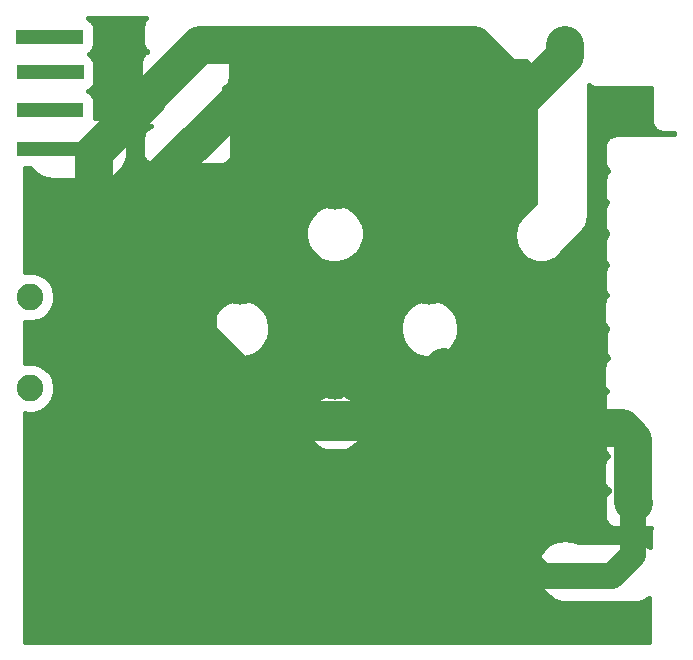
<source format=gbr>
G04 #@! TF.FileFunction,Copper,L1,Top,Signal*
%FSLAX46Y46*%
G04 Gerber Fmt 4.6, Leading zero omitted, Abs format (unit mm)*
G04 Created by KiCad (PCBNEW 4.0.6) date 05/07/17 20:57:05*
%MOMM*%
%LPD*%
G01*
G04 APERTURE LIST*
%ADD10C,0.100000*%
%ADD11C,2.540000*%
%ADD12C,3.175000*%
%ADD13C,1.100000*%
%ADD14R,0.635000X1.270000*%
%ADD15C,3.000000*%
%ADD16C,2.250000*%
%ADD17C,1.006400*%
%ADD18C,3.200000*%
%ADD19C,2.540000*%
%ADD20C,2.184400*%
%ADD21C,0.609600*%
%ADD22C,0.406400*%
G04 APERTURE END LIST*
D10*
D11*
X130325100Y-89676100D03*
D12*
X130325100Y-89676100D03*
D11*
X106321100Y-89671100D03*
D12*
X106321100Y-89671100D03*
D11*
X130194100Y-113720100D03*
D12*
X130194100Y-113720100D03*
D11*
X106259100Y-113600100D03*
D12*
X106259100Y-113600100D03*
D11*
X126306100Y-93598100D03*
D12*
X126306100Y-93598100D03*
D11*
X110398100Y-93610100D03*
D12*
X110398100Y-93610100D03*
D11*
X126394100Y-109592100D03*
D12*
X126394100Y-109592100D03*
D11*
X110263100Y-109590100D03*
D12*
X110263100Y-109590100D03*
D11*
X134288100Y-85603100D03*
D12*
X134288100Y-85603100D03*
D11*
X102400100Y-85602100D03*
D12*
X102400100Y-85602100D03*
D11*
X134339100Y-117585100D03*
D12*
X134339100Y-117585100D03*
D11*
X102272100Y-117610100D03*
D12*
X102272100Y-117610100D03*
D13*
X94338100Y-86737900D03*
D14*
X94719100Y-86737900D03*
X95354100Y-86737900D03*
X94084100Y-86737900D03*
X93449100Y-86737900D03*
X92814100Y-86737900D03*
X95951000Y-86737900D03*
X96547900Y-86737900D03*
X92191800Y-86737900D03*
X91569500Y-86737900D03*
D13*
X94371100Y-90044900D03*
D14*
X94752100Y-90044900D03*
X95387100Y-90044900D03*
X94117100Y-90044900D03*
X93482100Y-90044900D03*
X92847100Y-90044900D03*
X95984000Y-90044900D03*
X96580900Y-90044900D03*
X92224800Y-90044900D03*
X91602500Y-90044900D03*
D13*
X94313100Y-80550900D03*
D14*
X94694100Y-80550900D03*
X95329100Y-80550900D03*
X94059100Y-80550900D03*
X93424100Y-80550900D03*
X92789100Y-80550900D03*
X95926000Y-80550900D03*
X96522900Y-80550900D03*
X92166800Y-80550900D03*
X91544500Y-80550900D03*
D13*
X94363100Y-83584900D03*
D14*
X94744100Y-83584900D03*
X95379100Y-83584900D03*
X94109100Y-83584900D03*
X93474100Y-83584900D03*
X92839100Y-83584900D03*
X95976000Y-83584900D03*
X96572900Y-83584900D03*
X92216800Y-83584900D03*
X91594500Y-83584900D03*
D15*
X110188100Y-101737100D03*
X118189100Y-109763500D03*
X126190100Y-101737100D03*
X118189100Y-93736100D03*
D16*
X92380100Y-102598900D03*
X92380100Y-110332900D03*
D17*
X135635100Y-109552100D03*
X143477100Y-120014100D03*
X133095100Y-123637100D03*
X98090100Y-116824100D03*
X137696100Y-81301100D03*
D18*
X110263100Y-109590100D02*
X110337100Y-109590100D01*
X110337100Y-109590100D02*
X113931100Y-113184100D01*
X113931100Y-113184100D02*
X122802100Y-113184100D01*
X122802100Y-113184100D02*
X126394100Y-109592100D01*
D19*
X113931100Y-113184100D02*
X122798100Y-113184100D01*
X122798100Y-113184100D02*
X127433100Y-108549100D01*
X127433100Y-108549100D02*
X134632100Y-108549100D01*
X134632100Y-108549100D02*
X135635100Y-109552100D01*
D18*
X126306100Y-93598100D02*
X126306100Y-93089100D01*
X126306100Y-93089100D02*
X123328100Y-90111100D01*
X123328100Y-90111100D02*
X113897100Y-90111100D01*
X113897100Y-90111100D02*
X110398100Y-93610100D01*
X127433100Y-108549100D02*
X127433100Y-108741100D01*
X127433100Y-108741100D02*
X123139100Y-113035100D01*
X123139100Y-113035100D02*
X113797100Y-113035100D01*
X113797100Y-113035100D02*
X106597100Y-105835100D01*
X106597100Y-105835100D02*
X106597100Y-97411100D01*
X106597100Y-97411100D02*
X110398100Y-93610100D01*
X130194100Y-113720100D02*
X142467100Y-113720100D01*
X142467100Y-113720100D02*
X143439100Y-114692100D01*
X143439100Y-114692100D02*
X143439100Y-119976100D01*
X143439100Y-119976100D02*
X143477100Y-120014100D01*
D20*
X133095100Y-123637100D02*
X133095100Y-123640100D01*
X133095100Y-123640100D02*
X135721100Y-126266100D01*
X135721100Y-126266100D02*
X141625100Y-126266100D01*
X141625100Y-126266100D02*
X143400100Y-124491100D01*
X143400100Y-124491100D02*
X143400100Y-120091100D01*
X143400100Y-120091100D02*
X143477100Y-120014100D01*
D18*
X130325100Y-89676100D02*
X130325100Y-89629100D01*
X130325100Y-89629100D02*
X126466100Y-85770100D01*
X126466100Y-85770100D02*
X110222100Y-85770100D01*
X110222100Y-85770100D02*
X106321100Y-89671100D01*
X106321100Y-89671100D02*
X106236100Y-89671100D01*
X106236100Y-89671100D02*
X101985100Y-93922100D01*
X101985100Y-93922100D02*
X101985100Y-109326100D01*
X101985100Y-109326100D02*
X106259100Y-113600100D01*
X106259100Y-113600100D02*
X106464100Y-113600100D01*
X106464100Y-113600100D02*
X109927100Y-117063100D01*
X109927100Y-117063100D02*
X126851100Y-117063100D01*
X126851100Y-117063100D02*
X130194100Y-113720100D01*
D21*
X134339100Y-117585100D02*
X132184100Y-117585100D01*
X132184100Y-117585100D02*
X129814100Y-119955100D01*
X129814100Y-119955100D02*
X104617100Y-119955100D01*
X104617100Y-119955100D02*
X102272100Y-117610100D01*
D18*
X98090100Y-116824100D02*
X98941100Y-116824100D01*
X98941100Y-116824100D02*
X101486100Y-116824100D01*
X101486100Y-116824100D02*
X102272100Y-117610100D01*
X102400100Y-85602100D02*
X102400100Y-85799100D01*
X102400100Y-85799100D02*
X98941100Y-89258100D01*
X98941100Y-89258100D02*
X98941100Y-89261100D01*
X98941100Y-89261100D02*
X97807100Y-90395100D01*
X97807100Y-90395100D02*
X97807100Y-115690100D01*
X97807100Y-115690100D02*
X98941100Y-116824100D01*
X102400100Y-85602100D02*
X102486100Y-85602100D01*
X102486100Y-85602100D02*
X106787100Y-81301100D01*
X106787100Y-81301100D02*
X129986100Y-81301100D01*
X129986100Y-81301100D02*
X134288100Y-85603100D01*
X137696100Y-81301100D02*
X137696100Y-82195100D01*
X137696100Y-82195100D02*
X134288100Y-85603100D01*
D22*
G36*
X102018560Y-79161581D02*
X101900504Y-79423480D01*
X101860085Y-79707900D01*
X101860085Y-80977900D01*
X101872987Y-81139694D01*
X101957970Y-81414114D01*
X102116040Y-81653994D01*
X102305960Y-81815861D01*
X102289786Y-81820870D01*
X102049906Y-81978940D01*
X101863560Y-82197581D01*
X101745504Y-82459480D01*
X101705085Y-82743900D01*
X101705085Y-84013900D01*
X101717987Y-84175694D01*
X101802970Y-84450114D01*
X101961040Y-84689994D01*
X102179681Y-84876340D01*
X102415976Y-84982854D01*
X102204906Y-85121940D01*
X102018560Y-85340581D01*
X101900504Y-85602480D01*
X101860085Y-85886900D01*
X101860085Y-87156900D01*
X101872987Y-87318694D01*
X101957970Y-87593114D01*
X102116040Y-87832994D01*
X102334681Y-88019340D01*
X102596580Y-88137396D01*
X102601353Y-88138074D01*
X102443786Y-88186870D01*
X102203906Y-88344940D01*
X102017560Y-88563581D01*
X101899504Y-88825480D01*
X101859085Y-89109900D01*
X101859085Y-90379900D01*
X101871987Y-90541694D01*
X101956970Y-90816114D01*
X102115040Y-91055994D01*
X102333681Y-91242340D01*
X102595580Y-91360396D01*
X102880000Y-91400815D01*
X108493400Y-91400815D01*
X108655194Y-91387913D01*
X108929614Y-91302930D01*
X109169494Y-91144860D01*
X109355840Y-90926219D01*
X109473896Y-90664320D01*
X109514315Y-90379900D01*
X109514315Y-89109900D01*
X109501413Y-88948106D01*
X109416430Y-88673686D01*
X109258360Y-88433806D01*
X109039719Y-88247460D01*
X108777820Y-88129404D01*
X108773047Y-88128726D01*
X108930614Y-88079930D01*
X109170494Y-87921860D01*
X109356840Y-87703219D01*
X109474896Y-87441320D01*
X109515315Y-87156900D01*
X109515315Y-85886900D01*
X109502413Y-85725106D01*
X109417430Y-85450686D01*
X109259360Y-85210806D01*
X109040719Y-85024460D01*
X108804424Y-84917946D01*
X109015494Y-84778860D01*
X109201840Y-84560219D01*
X109319896Y-84298320D01*
X109360315Y-84013900D01*
X109360315Y-82743900D01*
X109351145Y-82628900D01*
X134324208Y-82628900D01*
X135126100Y-83430792D01*
X135126100Y-94640008D01*
X134018654Y-95747454D01*
X133884650Y-95910593D01*
X133748891Y-96072385D01*
X133743098Y-96082923D01*
X133735470Y-96092209D01*
X133635701Y-96278276D01*
X133533957Y-96463349D01*
X133530322Y-96474808D01*
X133524642Y-96485401D01*
X133462898Y-96687357D01*
X133399055Y-96888614D01*
X133397715Y-96900557D01*
X133394200Y-96912055D01*
X133372858Y-97122166D01*
X133349323Y-97331982D01*
X133349159Y-97355479D01*
X133349114Y-97355920D01*
X133349153Y-97356331D01*
X133349100Y-97363900D01*
X133349100Y-97457900D01*
X133392637Y-97901920D01*
X133521588Y-98329027D01*
X133731042Y-98722953D01*
X134013021Y-99068694D01*
X134356785Y-99353080D01*
X134749239Y-99565279D01*
X135175436Y-99697209D01*
X135619141Y-99743844D01*
X136063454Y-99703409D01*
X136491451Y-99577442D01*
X136886830Y-99370743D01*
X137234530Y-99091185D01*
X137521309Y-98749415D01*
X137568723Y-98663169D01*
X139028546Y-97203346D01*
X139162572Y-97040180D01*
X139298309Y-96878415D01*
X139304100Y-96867881D01*
X139311731Y-96858591D01*
X139411539Y-96672450D01*
X139513243Y-96487451D01*
X139516876Y-96475997D01*
X139522559Y-96465399D01*
X139584313Y-96263410D01*
X139648145Y-96062186D01*
X139649485Y-96050242D01*
X139653000Y-96038744D01*
X139674346Y-95828599D01*
X139697877Y-95618818D01*
X139698041Y-95595331D01*
X139698087Y-95594879D01*
X139698047Y-95594458D01*
X139698100Y-95586900D01*
X139698100Y-84675195D01*
X139794481Y-84757340D01*
X140056380Y-84875396D01*
X140340800Y-84915815D01*
X144939067Y-84915815D01*
X144928508Y-87634463D01*
X144938278Y-87738253D01*
X144947597Y-87841936D01*
X144948246Y-87844152D01*
X144948463Y-87846452D01*
X144978174Y-87946258D01*
X145007486Y-88046266D01*
X145008555Y-88048316D01*
X145009213Y-88050527D01*
X145057712Y-88142600D01*
X145105923Y-88235071D01*
X145107370Y-88236874D01*
X145108445Y-88238916D01*
X145173964Y-88319890D01*
X145239158Y-88401162D01*
X145240925Y-88402648D01*
X145242378Y-88404444D01*
X145322382Y-88471153D01*
X145402116Y-88538210D01*
X145404140Y-88539326D01*
X145405913Y-88540804D01*
X145497316Y-88590685D01*
X145588589Y-88640996D01*
X145590790Y-88641697D01*
X145592817Y-88642803D01*
X145692227Y-88673999D01*
X145791476Y-88705605D01*
X145793769Y-88705865D01*
X145795975Y-88706557D01*
X145899506Y-88717845D01*
X146003048Y-88729576D01*
X146007429Y-88729611D01*
X146007646Y-88729635D01*
X146007876Y-88729615D01*
X146018281Y-88729699D01*
X146901158Y-88730685D01*
X146901468Y-88834185D01*
X141976200Y-88834185D01*
X141814406Y-88847087D01*
X141539986Y-88932070D01*
X141300106Y-89090140D01*
X141113760Y-89308781D01*
X140995704Y-89570680D01*
X140955285Y-89855100D01*
X140955285Y-91125100D01*
X140968187Y-91286894D01*
X141053170Y-91561314D01*
X141211240Y-91801194D01*
X141332757Y-91904762D01*
X141325506Y-91909540D01*
X141139160Y-92128181D01*
X141021104Y-92390080D01*
X140980685Y-92674500D01*
X140980685Y-93944500D01*
X140993587Y-94106294D01*
X141078570Y-94380714D01*
X141219624Y-94594771D01*
X141113760Y-94718981D01*
X140995704Y-94980880D01*
X140955285Y-95265300D01*
X140955285Y-96535300D01*
X140968187Y-96697094D01*
X141053170Y-96971514D01*
X141211240Y-97211394D01*
X141253506Y-97247417D01*
X141113760Y-97411381D01*
X140995704Y-97673280D01*
X140955285Y-97957700D01*
X140955285Y-99227700D01*
X140968187Y-99389494D01*
X141053170Y-99663914D01*
X141206935Y-99897260D01*
X141139160Y-99976781D01*
X141021104Y-100238680D01*
X140980685Y-100523100D01*
X140980685Y-101793100D01*
X140993587Y-101954894D01*
X141078570Y-102229314D01*
X141216352Y-102438405D01*
X141062960Y-102618381D01*
X140944904Y-102880280D01*
X140904485Y-103164700D01*
X140904485Y-104434700D01*
X140917387Y-104596494D01*
X141002370Y-104870914D01*
X141160440Y-105110794D01*
X141263729Y-105198827D01*
X141189960Y-105285381D01*
X141071904Y-105547280D01*
X141031485Y-105831700D01*
X141031485Y-107101700D01*
X141044387Y-107263494D01*
X141129370Y-107537914D01*
X141287440Y-107777794D01*
X141308891Y-107796076D01*
X141249306Y-107835340D01*
X141062960Y-108053981D01*
X140944904Y-108315880D01*
X140904485Y-108600300D01*
X140904485Y-109870300D01*
X140917387Y-110032094D01*
X141002370Y-110306514D01*
X141160440Y-110546394D01*
X141204879Y-110584269D01*
X141088360Y-110720981D01*
X140970304Y-110982880D01*
X140929885Y-111267300D01*
X140929885Y-112537300D01*
X140942787Y-112699094D01*
X141027770Y-112973514D01*
X141185840Y-113213394D01*
X141279474Y-113293198D01*
X141274706Y-113296340D01*
X141088360Y-113514981D01*
X140970304Y-113776880D01*
X140929885Y-114061300D01*
X140929885Y-115331300D01*
X140942787Y-115493094D01*
X141027770Y-115767514D01*
X141185840Y-116007394D01*
X141268399Y-116077758D01*
X141249306Y-116090340D01*
X141062960Y-116308981D01*
X140944904Y-116570880D01*
X140904485Y-116855300D01*
X140904485Y-118125300D01*
X140917387Y-118287094D01*
X141002370Y-118561514D01*
X141160440Y-118801394D01*
X141379081Y-118987740D01*
X141429924Y-119010658D01*
X141274706Y-119112940D01*
X141088360Y-119331581D01*
X140970304Y-119593480D01*
X140929885Y-119877900D01*
X140929885Y-121147900D01*
X140942787Y-121309694D01*
X141027770Y-121584114D01*
X141185840Y-121823994D01*
X141404481Y-122010340D01*
X141666380Y-122128396D01*
X141950800Y-122168815D01*
X144917586Y-122168815D01*
X144914260Y-122179238D01*
X144909076Y-122189100D01*
X144881931Y-122280562D01*
X144852924Y-122371472D01*
X144851663Y-122382545D01*
X144848493Y-122393226D01*
X144839630Y-122488211D01*
X144828833Y-122583030D01*
X144828702Y-122598263D01*
X144826726Y-123771793D01*
X144382252Y-123527442D01*
X143895597Y-123373066D01*
X143388225Y-123316155D01*
X143351700Y-123315900D01*
X138742666Y-123315900D01*
X138701416Y-123293782D01*
X138213172Y-123144511D01*
X137705232Y-123092916D01*
X137196944Y-123140963D01*
X136707669Y-123286822D01*
X136256042Y-123524938D01*
X135859268Y-123846240D01*
X135532457Y-124238491D01*
X135288059Y-124686747D01*
X135135384Y-125173938D01*
X135080243Y-125681505D01*
X135124741Y-126190117D01*
X135267181Y-126680398D01*
X135502138Y-127133676D01*
X135820662Y-127532684D01*
X135846309Y-127558691D01*
X136069309Y-127781692D01*
X136256043Y-127935077D01*
X136441146Y-128090397D01*
X136453200Y-128097024D01*
X136463831Y-128105756D01*
X136676796Y-128219946D01*
X136888548Y-128336358D01*
X136901661Y-128340518D01*
X136913784Y-128347018D01*
X137144862Y-128417665D01*
X137375203Y-128490734D01*
X137388874Y-128492267D01*
X137402028Y-128496289D01*
X137642419Y-128520707D01*
X137882575Y-128547645D01*
X137909464Y-128547833D01*
X137909969Y-128547884D01*
X137910439Y-128547840D01*
X137919100Y-128547900D01*
X143351700Y-128547900D01*
X143859817Y-128498079D01*
X144348580Y-128350512D01*
X144799372Y-128110822D01*
X144819447Y-128094449D01*
X144813200Y-131804900D01*
X91975100Y-131804900D01*
X91975100Y-113485452D01*
X115669793Y-113485452D01*
X115758863Y-113970759D01*
X115940501Y-114429523D01*
X116207787Y-114844270D01*
X116550540Y-115199201D01*
X116955706Y-115480799D01*
X117407851Y-115678336D01*
X117889754Y-115784290D01*
X118383059Y-115794623D01*
X118868976Y-115708943D01*
X119328997Y-115530512D01*
X119745599Y-115266128D01*
X120102915Y-114925861D01*
X120387334Y-114522671D01*
X120588024Y-114071916D01*
X120697339Y-113590764D01*
X120705208Y-113027193D01*
X120609370Y-112543177D01*
X120421345Y-112086994D01*
X120148295Y-111676020D01*
X119800619Y-111325908D01*
X119391561Y-111049995D01*
X118936701Y-110858790D01*
X118453366Y-110759576D01*
X117959965Y-110756131D01*
X117475292Y-110848587D01*
X117017807Y-111033423D01*
X116604937Y-111303598D01*
X116252406Y-111648821D01*
X115973644Y-112055943D01*
X115779268Y-112509456D01*
X115676682Y-112992087D01*
X115669793Y-113485452D01*
X91975100Y-113485452D01*
X91975100Y-112436086D01*
X92125371Y-112469125D01*
X92545150Y-112477918D01*
X92958643Y-112405008D01*
X93350099Y-112253173D01*
X93704609Y-112028194D01*
X94008668Y-111738642D01*
X94250696Y-111395546D01*
X94421473Y-111011974D01*
X94514495Y-110602537D01*
X94521191Y-110122964D01*
X94439638Y-109711089D01*
X94279637Y-109322898D01*
X94047284Y-108973178D01*
X93751428Y-108675249D01*
X93403338Y-108440460D01*
X93016274Y-108277753D01*
X92604978Y-108193326D01*
X92185117Y-108190395D01*
X91975100Y-108230458D01*
X91975100Y-105484452D01*
X107668793Y-105484452D01*
X107757863Y-105969759D01*
X107939501Y-106428523D01*
X108206787Y-106843270D01*
X108549540Y-107198201D01*
X108954706Y-107479799D01*
X109406851Y-107677336D01*
X109888754Y-107783290D01*
X110382059Y-107793623D01*
X110867976Y-107707943D01*
X111327997Y-107529512D01*
X111744599Y-107265128D01*
X112101915Y-106924861D01*
X112386334Y-106521671D01*
X112587024Y-106070916D01*
X112696339Y-105589764D01*
X112697809Y-105484452D01*
X123670793Y-105484452D01*
X123759863Y-105969759D01*
X123941501Y-106428523D01*
X124208787Y-106843270D01*
X124551540Y-107198201D01*
X124956706Y-107479799D01*
X125408851Y-107677336D01*
X125890754Y-107783290D01*
X126384059Y-107793623D01*
X126869976Y-107707943D01*
X127329997Y-107529512D01*
X127746599Y-107265128D01*
X128103915Y-106924861D01*
X128388334Y-106521671D01*
X128589024Y-106070916D01*
X128698339Y-105589764D01*
X128706208Y-105026193D01*
X128610370Y-104542177D01*
X128422345Y-104085994D01*
X128149295Y-103675020D01*
X127801619Y-103324908D01*
X127392561Y-103048995D01*
X126937701Y-102857790D01*
X126454366Y-102758576D01*
X125960965Y-102755131D01*
X125476292Y-102847587D01*
X125018807Y-103032423D01*
X124605937Y-103302598D01*
X124253406Y-103647821D01*
X123974644Y-104054943D01*
X123780268Y-104508456D01*
X123677682Y-104991087D01*
X123670793Y-105484452D01*
X112697809Y-105484452D01*
X112704208Y-105026193D01*
X112608370Y-104542177D01*
X112420345Y-104085994D01*
X112147295Y-103675020D01*
X111799619Y-103324908D01*
X111390561Y-103048995D01*
X110935701Y-102857790D01*
X110452366Y-102758576D01*
X109958965Y-102755131D01*
X109474292Y-102847587D01*
X109016807Y-103032423D01*
X108603937Y-103302598D01*
X108251406Y-103647821D01*
X107972644Y-104054943D01*
X107778268Y-104508456D01*
X107675682Y-104991087D01*
X107668793Y-105484452D01*
X91975100Y-105484452D01*
X91975100Y-104702086D01*
X92125371Y-104735125D01*
X92545150Y-104743918D01*
X92958643Y-104671008D01*
X93350099Y-104519173D01*
X93704609Y-104294194D01*
X94008668Y-104004642D01*
X94250696Y-103661546D01*
X94421473Y-103277974D01*
X94514495Y-102868537D01*
X94521191Y-102388964D01*
X94439638Y-101977089D01*
X94279637Y-101588898D01*
X94047284Y-101239178D01*
X93751428Y-100941249D01*
X93403338Y-100706460D01*
X93016274Y-100543753D01*
X92604978Y-100459326D01*
X92185117Y-100456395D01*
X91975100Y-100496458D01*
X91975100Y-97458052D01*
X115669793Y-97458052D01*
X115758863Y-97943359D01*
X115940501Y-98402123D01*
X116207787Y-98816870D01*
X116550540Y-99171801D01*
X116955706Y-99453399D01*
X117407851Y-99650936D01*
X117889754Y-99756890D01*
X118383059Y-99767223D01*
X118868976Y-99681543D01*
X119328997Y-99503112D01*
X119745599Y-99238728D01*
X120102915Y-98898461D01*
X120387334Y-98495271D01*
X120588024Y-98044516D01*
X120697339Y-97563364D01*
X120705208Y-96999793D01*
X120609370Y-96515777D01*
X120421345Y-96059594D01*
X120148295Y-95648620D01*
X119800619Y-95298508D01*
X119391561Y-95022595D01*
X118936701Y-94831390D01*
X118453366Y-94732176D01*
X117959965Y-94728731D01*
X117475292Y-94821187D01*
X117017807Y-95006023D01*
X116604937Y-95276198D01*
X116252406Y-95621421D01*
X115973644Y-96028543D01*
X115779268Y-96482056D01*
X115676682Y-96964687D01*
X115669793Y-97458052D01*
X91975100Y-97458052D01*
X91975100Y-91700815D01*
X92361815Y-91700815D01*
X92502039Y-91875219D01*
X92893146Y-92203397D01*
X93340548Y-92449358D01*
X93827203Y-92603734D01*
X94334575Y-92660645D01*
X94371100Y-92660900D01*
X97280651Y-92660900D01*
X97573028Y-92750289D01*
X98080968Y-92801884D01*
X98589256Y-92753837D01*
X99078531Y-92607978D01*
X99530158Y-92369862D01*
X99926932Y-92048560D01*
X100253743Y-91656309D01*
X100498141Y-91208052D01*
X100650816Y-90720862D01*
X100705957Y-90213295D01*
X100661459Y-89704683D01*
X100519019Y-89214402D01*
X100284062Y-88761124D01*
X99965538Y-88362116D01*
X99939891Y-88336109D01*
X99798891Y-88195109D01*
X99612164Y-88041729D01*
X99427054Y-87886403D01*
X99415002Y-87879778D01*
X99404370Y-87871044D01*
X99191383Y-87756842D01*
X98979652Y-87640442D01*
X98966539Y-87636282D01*
X98954416Y-87629782D01*
X98723338Y-87559135D01*
X98492997Y-87486066D01*
X98479326Y-87484533D01*
X98466172Y-87480511D01*
X98225776Y-87456092D01*
X97985625Y-87429155D01*
X97958737Y-87428967D01*
X97958232Y-87428916D01*
X97957762Y-87428960D01*
X97949100Y-87428900D01*
X97878357Y-87428900D01*
X97886315Y-87372900D01*
X97886315Y-86102900D01*
X97873413Y-85941106D01*
X97788430Y-85666686D01*
X97630360Y-85426806D01*
X97411719Y-85240460D01*
X97248809Y-85167025D01*
X97326614Y-85142930D01*
X97566494Y-84984860D01*
X97752840Y-84766219D01*
X97870896Y-84504320D01*
X97911315Y-84219900D01*
X97911315Y-82949900D01*
X97898413Y-82788106D01*
X97813430Y-82513686D01*
X97655360Y-82273806D01*
X97436719Y-82087460D01*
X97360996Y-82053326D01*
X97516494Y-81950860D01*
X97702840Y-81732219D01*
X97820896Y-81470320D01*
X97861315Y-81185900D01*
X97861315Y-79915900D01*
X97848413Y-79754106D01*
X97763430Y-79479686D01*
X97605360Y-79239806D01*
X97386719Y-79053460D01*
X97239060Y-78986900D01*
X102167439Y-78986900D01*
X102018560Y-79161581D01*
X102018560Y-79161581D01*
G37*
X102018560Y-79161581D02*
X101900504Y-79423480D01*
X101860085Y-79707900D01*
X101860085Y-80977900D01*
X101872987Y-81139694D01*
X101957970Y-81414114D01*
X102116040Y-81653994D01*
X102305960Y-81815861D01*
X102289786Y-81820870D01*
X102049906Y-81978940D01*
X101863560Y-82197581D01*
X101745504Y-82459480D01*
X101705085Y-82743900D01*
X101705085Y-84013900D01*
X101717987Y-84175694D01*
X101802970Y-84450114D01*
X101961040Y-84689994D01*
X102179681Y-84876340D01*
X102415976Y-84982854D01*
X102204906Y-85121940D01*
X102018560Y-85340581D01*
X101900504Y-85602480D01*
X101860085Y-85886900D01*
X101860085Y-87156900D01*
X101872987Y-87318694D01*
X101957970Y-87593114D01*
X102116040Y-87832994D01*
X102334681Y-88019340D01*
X102596580Y-88137396D01*
X102601353Y-88138074D01*
X102443786Y-88186870D01*
X102203906Y-88344940D01*
X102017560Y-88563581D01*
X101899504Y-88825480D01*
X101859085Y-89109900D01*
X101859085Y-90379900D01*
X101871987Y-90541694D01*
X101956970Y-90816114D01*
X102115040Y-91055994D01*
X102333681Y-91242340D01*
X102595580Y-91360396D01*
X102880000Y-91400815D01*
X108493400Y-91400815D01*
X108655194Y-91387913D01*
X108929614Y-91302930D01*
X109169494Y-91144860D01*
X109355840Y-90926219D01*
X109473896Y-90664320D01*
X109514315Y-90379900D01*
X109514315Y-89109900D01*
X109501413Y-88948106D01*
X109416430Y-88673686D01*
X109258360Y-88433806D01*
X109039719Y-88247460D01*
X108777820Y-88129404D01*
X108773047Y-88128726D01*
X108930614Y-88079930D01*
X109170494Y-87921860D01*
X109356840Y-87703219D01*
X109474896Y-87441320D01*
X109515315Y-87156900D01*
X109515315Y-85886900D01*
X109502413Y-85725106D01*
X109417430Y-85450686D01*
X109259360Y-85210806D01*
X109040719Y-85024460D01*
X108804424Y-84917946D01*
X109015494Y-84778860D01*
X109201840Y-84560219D01*
X109319896Y-84298320D01*
X109360315Y-84013900D01*
X109360315Y-82743900D01*
X109351145Y-82628900D01*
X134324208Y-82628900D01*
X135126100Y-83430792D01*
X135126100Y-94640008D01*
X134018654Y-95747454D01*
X133884650Y-95910593D01*
X133748891Y-96072385D01*
X133743098Y-96082923D01*
X133735470Y-96092209D01*
X133635701Y-96278276D01*
X133533957Y-96463349D01*
X133530322Y-96474808D01*
X133524642Y-96485401D01*
X133462898Y-96687357D01*
X133399055Y-96888614D01*
X133397715Y-96900557D01*
X133394200Y-96912055D01*
X133372858Y-97122166D01*
X133349323Y-97331982D01*
X133349159Y-97355479D01*
X133349114Y-97355920D01*
X133349153Y-97356331D01*
X133349100Y-97363900D01*
X133349100Y-97457900D01*
X133392637Y-97901920D01*
X133521588Y-98329027D01*
X133731042Y-98722953D01*
X134013021Y-99068694D01*
X134356785Y-99353080D01*
X134749239Y-99565279D01*
X135175436Y-99697209D01*
X135619141Y-99743844D01*
X136063454Y-99703409D01*
X136491451Y-99577442D01*
X136886830Y-99370743D01*
X137234530Y-99091185D01*
X137521309Y-98749415D01*
X137568723Y-98663169D01*
X139028546Y-97203346D01*
X139162572Y-97040180D01*
X139298309Y-96878415D01*
X139304100Y-96867881D01*
X139311731Y-96858591D01*
X139411539Y-96672450D01*
X139513243Y-96487451D01*
X139516876Y-96475997D01*
X139522559Y-96465399D01*
X139584313Y-96263410D01*
X139648145Y-96062186D01*
X139649485Y-96050242D01*
X139653000Y-96038744D01*
X139674346Y-95828599D01*
X139697877Y-95618818D01*
X139698041Y-95595331D01*
X139698087Y-95594879D01*
X139698047Y-95594458D01*
X139698100Y-95586900D01*
X139698100Y-84675195D01*
X139794481Y-84757340D01*
X140056380Y-84875396D01*
X140340800Y-84915815D01*
X144939067Y-84915815D01*
X144928508Y-87634463D01*
X144938278Y-87738253D01*
X144947597Y-87841936D01*
X144948246Y-87844152D01*
X144948463Y-87846452D01*
X144978174Y-87946258D01*
X145007486Y-88046266D01*
X145008555Y-88048316D01*
X145009213Y-88050527D01*
X145057712Y-88142600D01*
X145105923Y-88235071D01*
X145107370Y-88236874D01*
X145108445Y-88238916D01*
X145173964Y-88319890D01*
X145239158Y-88401162D01*
X145240925Y-88402648D01*
X145242378Y-88404444D01*
X145322382Y-88471153D01*
X145402116Y-88538210D01*
X145404140Y-88539326D01*
X145405913Y-88540804D01*
X145497316Y-88590685D01*
X145588589Y-88640996D01*
X145590790Y-88641697D01*
X145592817Y-88642803D01*
X145692227Y-88673999D01*
X145791476Y-88705605D01*
X145793769Y-88705865D01*
X145795975Y-88706557D01*
X145899506Y-88717845D01*
X146003048Y-88729576D01*
X146007429Y-88729611D01*
X146007646Y-88729635D01*
X146007876Y-88729615D01*
X146018281Y-88729699D01*
X146901158Y-88730685D01*
X146901468Y-88834185D01*
X141976200Y-88834185D01*
X141814406Y-88847087D01*
X141539986Y-88932070D01*
X141300106Y-89090140D01*
X141113760Y-89308781D01*
X140995704Y-89570680D01*
X140955285Y-89855100D01*
X140955285Y-91125100D01*
X140968187Y-91286894D01*
X141053170Y-91561314D01*
X141211240Y-91801194D01*
X141332757Y-91904762D01*
X141325506Y-91909540D01*
X141139160Y-92128181D01*
X141021104Y-92390080D01*
X140980685Y-92674500D01*
X140980685Y-93944500D01*
X140993587Y-94106294D01*
X141078570Y-94380714D01*
X141219624Y-94594771D01*
X141113760Y-94718981D01*
X140995704Y-94980880D01*
X140955285Y-95265300D01*
X140955285Y-96535300D01*
X140968187Y-96697094D01*
X141053170Y-96971514D01*
X141211240Y-97211394D01*
X141253506Y-97247417D01*
X141113760Y-97411381D01*
X140995704Y-97673280D01*
X140955285Y-97957700D01*
X140955285Y-99227700D01*
X140968187Y-99389494D01*
X141053170Y-99663914D01*
X141206935Y-99897260D01*
X141139160Y-99976781D01*
X141021104Y-100238680D01*
X140980685Y-100523100D01*
X140980685Y-101793100D01*
X140993587Y-101954894D01*
X141078570Y-102229314D01*
X141216352Y-102438405D01*
X141062960Y-102618381D01*
X140944904Y-102880280D01*
X140904485Y-103164700D01*
X140904485Y-104434700D01*
X140917387Y-104596494D01*
X141002370Y-104870914D01*
X141160440Y-105110794D01*
X141263729Y-105198827D01*
X141189960Y-105285381D01*
X141071904Y-105547280D01*
X141031485Y-105831700D01*
X141031485Y-107101700D01*
X141044387Y-107263494D01*
X141129370Y-107537914D01*
X141287440Y-107777794D01*
X141308891Y-107796076D01*
X141249306Y-107835340D01*
X141062960Y-108053981D01*
X140944904Y-108315880D01*
X140904485Y-108600300D01*
X140904485Y-109870300D01*
X140917387Y-110032094D01*
X141002370Y-110306514D01*
X141160440Y-110546394D01*
X141204879Y-110584269D01*
X141088360Y-110720981D01*
X140970304Y-110982880D01*
X140929885Y-111267300D01*
X140929885Y-112537300D01*
X140942787Y-112699094D01*
X141027770Y-112973514D01*
X141185840Y-113213394D01*
X141279474Y-113293198D01*
X141274706Y-113296340D01*
X141088360Y-113514981D01*
X140970304Y-113776880D01*
X140929885Y-114061300D01*
X140929885Y-115331300D01*
X140942787Y-115493094D01*
X141027770Y-115767514D01*
X141185840Y-116007394D01*
X141268399Y-116077758D01*
X141249306Y-116090340D01*
X141062960Y-116308981D01*
X140944904Y-116570880D01*
X140904485Y-116855300D01*
X140904485Y-118125300D01*
X140917387Y-118287094D01*
X141002370Y-118561514D01*
X141160440Y-118801394D01*
X141379081Y-118987740D01*
X141429924Y-119010658D01*
X141274706Y-119112940D01*
X141088360Y-119331581D01*
X140970304Y-119593480D01*
X140929885Y-119877900D01*
X140929885Y-121147900D01*
X140942787Y-121309694D01*
X141027770Y-121584114D01*
X141185840Y-121823994D01*
X141404481Y-122010340D01*
X141666380Y-122128396D01*
X141950800Y-122168815D01*
X144917586Y-122168815D01*
X144914260Y-122179238D01*
X144909076Y-122189100D01*
X144881931Y-122280562D01*
X144852924Y-122371472D01*
X144851663Y-122382545D01*
X144848493Y-122393226D01*
X144839630Y-122488211D01*
X144828833Y-122583030D01*
X144828702Y-122598263D01*
X144826726Y-123771793D01*
X144382252Y-123527442D01*
X143895597Y-123373066D01*
X143388225Y-123316155D01*
X143351700Y-123315900D01*
X138742666Y-123315900D01*
X138701416Y-123293782D01*
X138213172Y-123144511D01*
X137705232Y-123092916D01*
X137196944Y-123140963D01*
X136707669Y-123286822D01*
X136256042Y-123524938D01*
X135859268Y-123846240D01*
X135532457Y-124238491D01*
X135288059Y-124686747D01*
X135135384Y-125173938D01*
X135080243Y-125681505D01*
X135124741Y-126190117D01*
X135267181Y-126680398D01*
X135502138Y-127133676D01*
X135820662Y-127532684D01*
X135846309Y-127558691D01*
X136069309Y-127781692D01*
X136256043Y-127935077D01*
X136441146Y-128090397D01*
X136453200Y-128097024D01*
X136463831Y-128105756D01*
X136676796Y-128219946D01*
X136888548Y-128336358D01*
X136901661Y-128340518D01*
X136913784Y-128347018D01*
X137144862Y-128417665D01*
X137375203Y-128490734D01*
X137388874Y-128492267D01*
X137402028Y-128496289D01*
X137642419Y-128520707D01*
X137882575Y-128547645D01*
X137909464Y-128547833D01*
X137909969Y-128547884D01*
X137910439Y-128547840D01*
X137919100Y-128547900D01*
X143351700Y-128547900D01*
X143859817Y-128498079D01*
X144348580Y-128350512D01*
X144799372Y-128110822D01*
X144819447Y-128094449D01*
X144813200Y-131804900D01*
X91975100Y-131804900D01*
X91975100Y-113485452D01*
X115669793Y-113485452D01*
X115758863Y-113970759D01*
X115940501Y-114429523D01*
X116207787Y-114844270D01*
X116550540Y-115199201D01*
X116955706Y-115480799D01*
X117407851Y-115678336D01*
X117889754Y-115784290D01*
X118383059Y-115794623D01*
X118868976Y-115708943D01*
X119328997Y-115530512D01*
X119745599Y-115266128D01*
X120102915Y-114925861D01*
X120387334Y-114522671D01*
X120588024Y-114071916D01*
X120697339Y-113590764D01*
X120705208Y-113027193D01*
X120609370Y-112543177D01*
X120421345Y-112086994D01*
X120148295Y-111676020D01*
X119800619Y-111325908D01*
X119391561Y-111049995D01*
X118936701Y-110858790D01*
X118453366Y-110759576D01*
X117959965Y-110756131D01*
X117475292Y-110848587D01*
X117017807Y-111033423D01*
X116604937Y-111303598D01*
X116252406Y-111648821D01*
X115973644Y-112055943D01*
X115779268Y-112509456D01*
X115676682Y-112992087D01*
X115669793Y-113485452D01*
X91975100Y-113485452D01*
X91975100Y-112436086D01*
X92125371Y-112469125D01*
X92545150Y-112477918D01*
X92958643Y-112405008D01*
X93350099Y-112253173D01*
X93704609Y-112028194D01*
X94008668Y-111738642D01*
X94250696Y-111395546D01*
X94421473Y-111011974D01*
X94514495Y-110602537D01*
X94521191Y-110122964D01*
X94439638Y-109711089D01*
X94279637Y-109322898D01*
X94047284Y-108973178D01*
X93751428Y-108675249D01*
X93403338Y-108440460D01*
X93016274Y-108277753D01*
X92604978Y-108193326D01*
X92185117Y-108190395D01*
X91975100Y-108230458D01*
X91975100Y-105484452D01*
X107668793Y-105484452D01*
X107757863Y-105969759D01*
X107939501Y-106428523D01*
X108206787Y-106843270D01*
X108549540Y-107198201D01*
X108954706Y-107479799D01*
X109406851Y-107677336D01*
X109888754Y-107783290D01*
X110382059Y-107793623D01*
X110867976Y-107707943D01*
X111327997Y-107529512D01*
X111744599Y-107265128D01*
X112101915Y-106924861D01*
X112386334Y-106521671D01*
X112587024Y-106070916D01*
X112696339Y-105589764D01*
X112697809Y-105484452D01*
X123670793Y-105484452D01*
X123759863Y-105969759D01*
X123941501Y-106428523D01*
X124208787Y-106843270D01*
X124551540Y-107198201D01*
X124956706Y-107479799D01*
X125408851Y-107677336D01*
X125890754Y-107783290D01*
X126384059Y-107793623D01*
X126869976Y-107707943D01*
X127329997Y-107529512D01*
X127746599Y-107265128D01*
X128103915Y-106924861D01*
X128388334Y-106521671D01*
X128589024Y-106070916D01*
X128698339Y-105589764D01*
X128706208Y-105026193D01*
X128610370Y-104542177D01*
X128422345Y-104085994D01*
X128149295Y-103675020D01*
X127801619Y-103324908D01*
X127392561Y-103048995D01*
X126937701Y-102857790D01*
X126454366Y-102758576D01*
X125960965Y-102755131D01*
X125476292Y-102847587D01*
X125018807Y-103032423D01*
X124605937Y-103302598D01*
X124253406Y-103647821D01*
X123974644Y-104054943D01*
X123780268Y-104508456D01*
X123677682Y-104991087D01*
X123670793Y-105484452D01*
X112697809Y-105484452D01*
X112704208Y-105026193D01*
X112608370Y-104542177D01*
X112420345Y-104085994D01*
X112147295Y-103675020D01*
X111799619Y-103324908D01*
X111390561Y-103048995D01*
X110935701Y-102857790D01*
X110452366Y-102758576D01*
X109958965Y-102755131D01*
X109474292Y-102847587D01*
X109016807Y-103032423D01*
X108603937Y-103302598D01*
X108251406Y-103647821D01*
X107972644Y-104054943D01*
X107778268Y-104508456D01*
X107675682Y-104991087D01*
X107668793Y-105484452D01*
X91975100Y-105484452D01*
X91975100Y-104702086D01*
X92125371Y-104735125D01*
X92545150Y-104743918D01*
X92958643Y-104671008D01*
X93350099Y-104519173D01*
X93704609Y-104294194D01*
X94008668Y-104004642D01*
X94250696Y-103661546D01*
X94421473Y-103277974D01*
X94514495Y-102868537D01*
X94521191Y-102388964D01*
X94439638Y-101977089D01*
X94279637Y-101588898D01*
X94047284Y-101239178D01*
X93751428Y-100941249D01*
X93403338Y-100706460D01*
X93016274Y-100543753D01*
X92604978Y-100459326D01*
X92185117Y-100456395D01*
X91975100Y-100496458D01*
X91975100Y-97458052D01*
X115669793Y-97458052D01*
X115758863Y-97943359D01*
X115940501Y-98402123D01*
X116207787Y-98816870D01*
X116550540Y-99171801D01*
X116955706Y-99453399D01*
X117407851Y-99650936D01*
X117889754Y-99756890D01*
X118383059Y-99767223D01*
X118868976Y-99681543D01*
X119328997Y-99503112D01*
X119745599Y-99238728D01*
X120102915Y-98898461D01*
X120387334Y-98495271D01*
X120588024Y-98044516D01*
X120697339Y-97563364D01*
X120705208Y-96999793D01*
X120609370Y-96515777D01*
X120421345Y-96059594D01*
X120148295Y-95648620D01*
X119800619Y-95298508D01*
X119391561Y-95022595D01*
X118936701Y-94831390D01*
X118453366Y-94732176D01*
X117959965Y-94728731D01*
X117475292Y-94821187D01*
X117017807Y-95006023D01*
X116604937Y-95276198D01*
X116252406Y-95621421D01*
X115973644Y-96028543D01*
X115779268Y-96482056D01*
X115676682Y-96964687D01*
X115669793Y-97458052D01*
X91975100Y-97458052D01*
X91975100Y-91700815D01*
X92361815Y-91700815D01*
X92502039Y-91875219D01*
X92893146Y-92203397D01*
X93340548Y-92449358D01*
X93827203Y-92603734D01*
X94334575Y-92660645D01*
X94371100Y-92660900D01*
X97280651Y-92660900D01*
X97573028Y-92750289D01*
X98080968Y-92801884D01*
X98589256Y-92753837D01*
X99078531Y-92607978D01*
X99530158Y-92369862D01*
X99926932Y-92048560D01*
X100253743Y-91656309D01*
X100498141Y-91208052D01*
X100650816Y-90720862D01*
X100705957Y-90213295D01*
X100661459Y-89704683D01*
X100519019Y-89214402D01*
X100284062Y-88761124D01*
X99965538Y-88362116D01*
X99939891Y-88336109D01*
X99798891Y-88195109D01*
X99612164Y-88041729D01*
X99427054Y-87886403D01*
X99415002Y-87879778D01*
X99404370Y-87871044D01*
X99191383Y-87756842D01*
X98979652Y-87640442D01*
X98966539Y-87636282D01*
X98954416Y-87629782D01*
X98723338Y-87559135D01*
X98492997Y-87486066D01*
X98479326Y-87484533D01*
X98466172Y-87480511D01*
X98225776Y-87456092D01*
X97985625Y-87429155D01*
X97958737Y-87428967D01*
X97958232Y-87428916D01*
X97957762Y-87428960D01*
X97949100Y-87428900D01*
X97878357Y-87428900D01*
X97886315Y-87372900D01*
X97886315Y-86102900D01*
X97873413Y-85941106D01*
X97788430Y-85666686D01*
X97630360Y-85426806D01*
X97411719Y-85240460D01*
X97248809Y-85167025D01*
X97326614Y-85142930D01*
X97566494Y-84984860D01*
X97752840Y-84766219D01*
X97870896Y-84504320D01*
X97911315Y-84219900D01*
X97911315Y-82949900D01*
X97898413Y-82788106D01*
X97813430Y-82513686D01*
X97655360Y-82273806D01*
X97436719Y-82087460D01*
X97360996Y-82053326D01*
X97516494Y-81950860D01*
X97702840Y-81732219D01*
X97820896Y-81470320D01*
X97861315Y-81185900D01*
X97861315Y-79915900D01*
X97848413Y-79754106D01*
X97763430Y-79479686D01*
X97605360Y-79239806D01*
X97386719Y-79053460D01*
X97239060Y-78986900D01*
X102167439Y-78986900D01*
X102018560Y-79161581D01*
M02*

</source>
